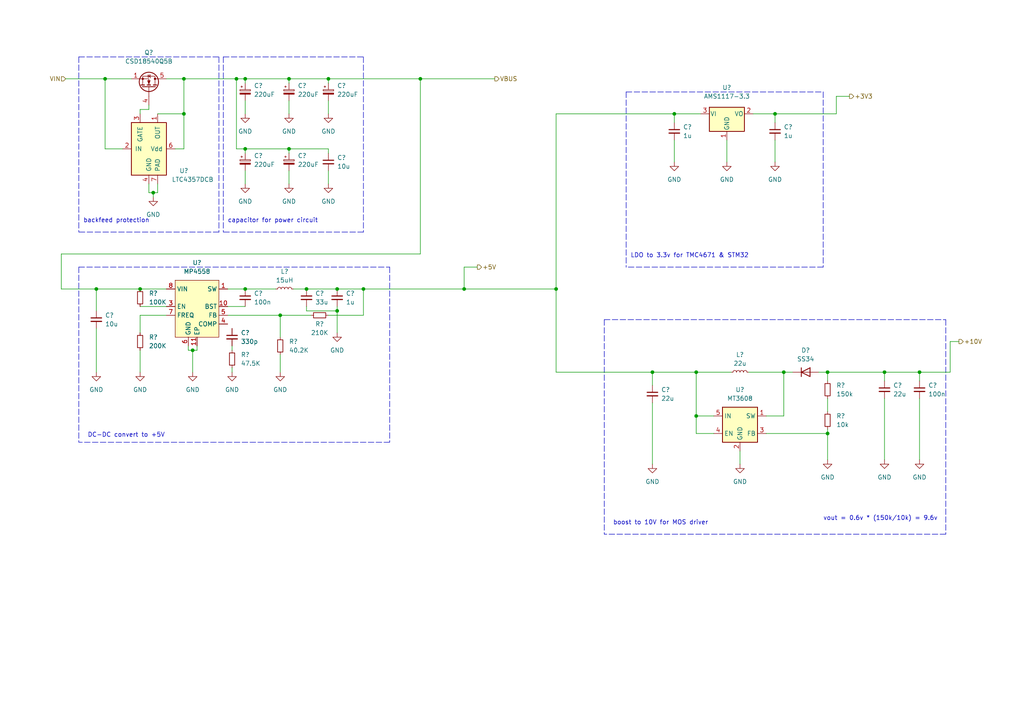
<source format=kicad_sch>
(kicad_sch (version 20211123) (generator eeschema)
  (paper "A4")
  (lib_symbols
    (symbol "Device:C_Polarized_Small" (pin_numbers hide) (pin_names (offset 0.254) hide)
      (property "Reference" "C" (at 0.254 1.778 0))
      (property "Value" "C_Polarized_Small" (at 0.254 -2.032 0))
      (symbol "C_Polarized_Small_0_1"
        (rectangle (start -1.524 -0.3048) (end 1.524 -0.6858) (fill (type outline)))
        (rectangle (start -1.524 0.6858) (end 1.524 0.3048))
        (polyline (pts (xy -1.27 1.524) (xy -0.762 1.524)))
        (polyline (pts (xy -1.016 1.27) (xy -1.016 1.778)))
      )
      (symbol "C_Polarized_Small_1_1"
        (pin passive line (at 0 2.54 270) (length 1.8542) (name "~") (number "1"))
        (pin passive line (at 0 -2.54 90) (length 1.8542) (name "~") (number "2"))
      )
    )
    (symbol "Device:C_Small" (pin_numbers hide) (pin_names (offset 0.254) hide)
      (property "Reference" "C" (at 0.254 1.778 0))
      (property "Value" "C_Small" (at 0.254 -2.032 0))
      (symbol "C_Small_0_1"
        (polyline (pts (xy -1.524 -0.508) (xy 1.524 -0.508)) (stroke (width 0.3302)))
        (polyline (pts (xy -1.524 0.508) (xy 1.524 0.508)) (stroke (width 0.3048)))
      )
      (symbol "C_Small_1_1"
        (pin passive line (at 0 2.54 270) (length 2.032) (name "~") (number "1"))
        (pin passive line (at 0 -2.54 90) (length 2.032) (name "~") (number "2"))
      )
    )
    (symbol "Device:L_Small" (pin_numbers hide) (pin_names (offset 0.254) hide)
      (property "Reference" "L" (at 0.762 1.016 0))
      (property "Value" "L_Small" (at 0.762 -1.016 0))
      (symbol "L_Small_0_1"
        (arc (start 0 -2.032) (mid 0.508 -1.524) (end 0 -1.016))
        (arc (start 0 -1.016) (mid 0.508 -0.508) (end 0 0))
        (arc (start 0 0) (mid 0.508 0.508) (end 0 1.016))
        (arc (start 0 1.016) (mid 0.508 1.524) (end 0 2.032))
      )
      (symbol "L_Small_1_1"
        (pin passive line (at 0 2.54 270) (length 0.508) (name "~") (number "1"))
        (pin passive line (at 0 -2.54 90) (length 0.508) (name "~") (number "2"))
      )
    )
    (symbol "Device:R_Small" (pin_numbers hide) (pin_names (offset 0.254) hide)
      (property "Reference" "R" (at 0.762 0.508 0))
      (property "Value" "R_Small" (at 0.762 -1.016 0))
      (symbol "R_Small_0_1"
        (rectangle (start -0.762 1.778) (end 0.762 -1.778) (stroke (width 0.2032)))
      )
      (symbol "R_Small_1_1"
        (pin passive line (at 0 2.54 270) (length 0.762) (name "~") (number "1"))
        (pin passive line (at 0 -2.54 90) (length 0.762) (name "~") (number "2"))
      )
    )
    (symbol "Diode:1N4148" (pin_numbers hide) (pin_names (offset 1.016) hide)
      (property "Reference" "D" (at 0 2.54 0))
      (property "Value" "1N4148" (at 0 -2.54 0))
      (symbol "1N4148_0_1"
        (polyline (pts (xy -1.27 1.27) (xy -1.27 -1.27)) (stroke (width 0.254)))
        (polyline (pts (xy 1.27 0) (xy -1.27 0)))
        (polyline (pts (xy 1.27 1.27) (xy 1.27 -1.27) (xy -1.27 0) (xy 1.27 1.27)) (stroke (width 0.254)))
      )
      (symbol "1N4148_1_1"
        (pin passive line (at -3.81 0 0) (length 2.54) (name "K") (number "1"))
        (pin passive line (at 3.81 0 180) (length 2.54) (name "A") (number "2"))
      )
    )
    (symbol "Power_Management:LTC4357DCB" (pin_names (offset 1.016))
      (property "Reference" "U" (at 6.35 6.35 0))
      (property "Value" "LTC4357DCB" (at 6.35 -6.35 0))
      (symbol "LTC4357DCB_0_1"
        (rectangle (start -5.08 7.62) (end 5.08 -7.62) (stroke (width 0.254)) (fill (type background)))
      )
      (symbol "LTC4357DCB_1_1"
        (pin input line (at 2.54 10.16 270) (length 2.54) (name "OUT") (number "1"))
        (pin input line (at -7.62 0 0) (length 2.54) (name "IN") (number "2"))
        (pin output line (at -2.54 10.16 270) (length 2.54) (name "GATE") (number "3"))
        (pin power_in line (at 0 -10.16 90) (length 2.54) (name "GND") (number "4"))
        (pin no_connect line (at -7.62 -2.54 0) (length 2.54) hide (name "NC") (number "5"))
        (pin power_in line (at 7.62 0 180) (length 2.54) (name "Vdd") (number "6"))
        (pin power_in line (at 2.54 -10.16 90) (length 2.54) (name "PAD") (number "7"))
      )
    )
    (symbol "Regulator_Linear:AMS1117-3.3" (pin_names (offset 0.254))
      (property "Reference" "U" (at -3.81 3.175 0))
      (property "Value" "AMS1117-3.3" (at 0 3.175 0))
      (symbol "AMS1117-3.3_0_1"
        (rectangle (start -5.08 -5.08) (end 5.08 1.905) (stroke (width 0.254)) (fill (type background)))
      )
      (symbol "AMS1117-3.3_1_1"
        (pin power_in line (at 0 -7.62 90) (length 2.54) (name "GND") (number "1"))
        (pin power_out line (at 7.62 0 180) (length 2.54) (name "VO") (number "2"))
        (pin power_in line (at -7.62 0 0) (length 2.54) (name "VI") (number "3"))
      )
    )
    (symbol "Regulator_Switching:MP4558"
      (property "Reference" "U" (at 0 0 0))
      (property "Value" "MP4558" (at 0 0 0))
      (symbol "MP4558_0_1"
        (rectangle (start -6.35 5.08) (end 6.35 -11.43) (fill (type background)))
      )
      (symbol "MP4558_1_1"
        (pin power_out line (at 8.89 2.54 180) (length 2.54) (name "SW") (number "1"))
        (pin input line (at 8.89 -2.54 180) (length 2.54) (name "BST") (number "10"))
        (pin input line (at 0 -13.97 90) (length 2.54) (name "EP") (number "11"))
        (pin power_out line (at 8.89 2.54 180) (length 2.54) hide (name "SW") (number "2"))
        (pin input line (at -8.89 -2.54 0) (length 2.54) (name "EN") (number "3"))
        (pin input line (at 8.89 -7.62 180) (length 2.54) (name "COMP") (number "4"))
        (pin input line (at 8.89 -5.08 180) (length 2.54) (name "FB") (number "5"))
        (pin input line (at -2.54 -13.97 90) (length 2.54) (name "GND") (number "6"))
        (pin input line (at -8.89 -5.08 0) (length 2.54) (name "FREQ") (number "7"))
        (pin power_in line (at -8.89 2.54 0) (length 2.54) (name "VIN") (number "8"))
        (pin power_in line (at -8.89 2.54 0) (length 2.54) hide (name "VIN") (number "9"))
      )
    )
    (symbol "Regulator_Switching:MT3608"
      (property "Reference" "U" (at -2.54 8.89 0))
      (property "Value" "MT3608" (at -3.81 6.35 0))
      (symbol "MT3608_0_1"
        (rectangle (start -5.08 5.08) (end 5.08 -5.08) (stroke (width 0.254)) (fill (type background)))
      )
      (symbol "MT3608_1_1"
        (pin passive line (at 7.62 2.54 180) (length 2.54) (name "SW") (number "1"))
        (pin power_in line (at 0 -7.62 90) (length 2.54) (name "GND") (number "2"))
        (pin input line (at 7.62 -2.54 180) (length 2.54) (name "FB") (number "3"))
        (pin input line (at -7.62 -2.54 0) (length 2.54) (name "EN") (number "4"))
        (pin power_in line (at -7.62 2.54 0) (length 2.54) (name "IN") (number "5"))
        (pin no_connect line (at 5.08 0 180) (length 2.54) hide (name "NC") (number "6"))
      )
    )
    (symbol "Transistor_FET:CSD18540Q5B" (pin_names hide)
      (property "Reference" "Q" (at 5.08 1.905 0))
      (property "Value" "CSD18540Q5B" (at 5.08 0 0))
      (symbol "CSD18540Q5B_0_1"
        (polyline (pts (xy 0.254 0) (xy -2.54 0)))
        (polyline (pts (xy 0.254 1.905) (xy 0.254 -1.905)) (stroke (width 0.254)))
        (polyline (pts (xy 0.762 -1.27) (xy 0.762 -2.286)) (stroke (width 0.254)))
        (polyline (pts (xy 0.762 0.508) (xy 0.762 -0.508)) (stroke (width 0.254)))
        (polyline (pts (xy 0.762 2.286) (xy 0.762 1.27)) (stroke (width 0.254)))
        (polyline (pts (xy 2.54 2.54) (xy 2.54 1.778)))
        (polyline (pts (xy 2.54 -2.54) (xy 2.54 0) (xy 0.762 0)))
        (polyline (pts (xy 0.762 -1.778) (xy 3.302 -1.778) (xy 3.302 1.778) (xy 0.762 1.778)))
        (polyline (pts (xy 1.016 0) (xy 2.032 0.381) (xy 2.032 -0.381) (xy 1.016 0)) (fill (type outline)))
        (polyline (pts (xy 2.794 0.508) (xy 2.921 0.381) (xy 3.683 0.381) (xy 3.81 0.254)))
        (polyline (pts (xy 3.302 0.381) (xy 2.921 -0.254) (xy 3.683 -0.254) (xy 3.302 0.381)))
        (circle (center 1.651 0) (radius 2.794) (stroke (width 0.254)))
        (circle (center 2.54 -1.778) (radius 0.254) (fill (type outline)))
        (circle (center 2.54 1.778) (radius 0.254) (fill (type outline)))
      )
      (symbol "CSD18540Q5B_1_1"
        (pin passive line (at 2.54 -5.08 90) (length 2.54) (name "S") (number "1"))
        (pin passive line (at 2.54 -5.08 90) (length 2.54) hide (name "S") (number "2"))
        (pin passive line (at 2.54 -5.08 90) (length 2.54) hide (name "S") (number "3"))
        (pin passive line (at -5.08 0 0) (length 2.54) (name "G") (number "4"))
        (pin passive line (at 2.54 5.08 270) (length 2.54) (name "D") (number "5"))
      )
    )
    (symbol "power:GND" (power) (pin_names (offset 0))
      (property "Value" "GND" (at 0 -3.81 0))
      (symbol "GND_0_1"
        (polyline (pts (xy 0 0) (xy 0 -1.27) (xy 1.27 -1.27) (xy 0 -2.54) (xy -1.27 -1.27) (xy 0 -1.27)))
      )
      (symbol "GND_1_1"
        (pin power_in line (at 0 0 270) (length 0) hide (name "GND") (number "1"))
      )
    )
  )
  (junction (at 266.7 107.95))
  (junction (at 121.92 22.86))
  (junction (at 97.79 90.17))
  (junction (at 134.62 83.82))
  (junction (at 195.58 33.02))
  (junction (at 201.93 107.95))
  (junction (at 83.82 22.86))
  (junction (at 27.94 83.82))
  (junction (at 97.79 83.82))
  (junction (at 71.12 83.82))
  (junction (at 53.34 33.02))
  (junction (at 83.82 43.18))
  (junction (at 68.58 22.86))
  (junction (at 189.23 107.95))
  (junction (at 201.93 120.65))
  (junction (at 88.9 83.82))
  (junction (at 81.28 91.44))
  (junction (at 161.29 83.82))
  (junction (at 240.03 125.73))
  (junction (at 30.48 22.86))
  (junction (at 95.25 22.86))
  (junction (at 256.54 107.95))
  (junction (at 240.03 107.95))
  (junction (at 53.34 22.86))
  (junction (at 227.33 107.95))
  (junction (at 40.64 83.82))
  (junction (at 71.12 43.18))
  (junction (at 55.88 101.6))
  (junction (at 44.45 55.88))
  (junction (at 105.41 83.82))
  (junction (at 224.79 33.02))
  (junction (at 71.12 22.86))
  (wire (pts (xy 121.92 22.86) (xy 143.51 22.86)))
  (wire (pts (xy 105.41 83.82) (xy 134.62 83.82)))
  (wire (pts (xy 97.79 83.82) (xy 105.41 83.82)))
  (polyline (pts (xy 274.32 154.94) (xy 175.26 154.94)))
  (wire (pts (xy 256.54 107.95) (xy 266.7 107.95)))
  (polyline (pts (xy 238.76 26.67) (xy 238.76 77.47)))
  (wire (pts (xy 161.29 83.82) (xy 161.29 107.95)))
  (polyline (pts (xy 113.03 128.27) (xy 22.86 128.27)))
  (wire (pts (xy 105.41 91.44) (xy 95.25 91.44)))
  (wire (pts (xy 210.82 40.64) (xy 210.82 46.99)))
  (polyline (pts (xy 105.41 16.51) (xy 105.41 67.31)))
  (wire (pts (xy 217.17 107.95) (xy 227.33 107.95)))
  (wire (pts (xy 189.23 116.84) (xy 189.23 134.62)))
  (polyline (pts (xy 113.03 77.47) (xy 113.03 128.27)))
  (wire (pts (xy 43.18 30.48) (xy 43.18 31.75)))
  (wire (pts (xy 53.34 43.18) (xy 53.34 33.02)))
  (wire (pts (xy 227.33 120.65) (xy 222.25 120.65)))
  (wire (pts (xy 85.09 83.82) (xy 88.9 83.82)))
  (wire (pts (xy 266.7 107.95) (xy 275.59 107.95)))
  (wire (pts (xy 201.93 107.95) (xy 212.09 107.95)))
  (wire (pts (xy 88.9 88.9) (xy 88.9 90.17)))
  (wire (pts (xy 71.12 43.18) (xy 83.82 43.18)))
  (wire (pts (xy 88.9 83.82) (xy 97.79 83.82)))
  (wire (pts (xy 45.72 55.88) (xy 45.72 53.34)))
  (wire (pts (xy 17.78 73.66) (xy 17.78 83.82)))
  (wire (pts (xy 134.62 77.47) (xy 138.43 77.47)))
  (wire (pts (xy 71.12 83.82) (xy 80.01 83.82)))
  (wire (pts (xy 19.05 22.86) (xy 30.48 22.86)))
  (wire (pts (xy 44.45 55.88) (xy 43.18 55.88)))
  (wire (pts (xy 83.82 22.86) (xy 83.82 24.13)))
  (wire (pts (xy 67.31 106.68) (xy 67.31 107.95)))
  (polyline (pts (xy 64.77 16.51) (xy 64.77 67.31)))
  (wire (pts (xy 66.04 91.44) (xy 81.28 91.44)))
  (polyline (pts (xy 22.86 77.47) (xy 22.86 128.27)))
  (wire (pts (xy 40.64 91.44) (xy 48.26 91.44)))
  (wire (pts (xy 97.79 90.17) (xy 97.79 96.52)))
  (wire (pts (xy 68.58 22.86) (xy 71.12 22.86)))
  (wire (pts (xy 189.23 107.95) (xy 201.93 107.95)))
  (wire (pts (xy 71.12 43.18) (xy 71.12 44.45)))
  (wire (pts (xy 81.28 91.44) (xy 90.17 91.44)))
  (wire (pts (xy 161.29 33.02) (xy 195.58 33.02)))
  (wire (pts (xy 83.82 49.53) (xy 83.82 53.34)))
  (wire (pts (xy 121.92 22.86) (xy 121.92 73.66)))
  (polyline (pts (xy 22.86 16.51) (xy 63.5 16.51)))
  (polyline (pts (xy 274.32 92.71) (xy 274.32 154.94)))
  (wire (pts (xy 266.7 107.95) (xy 266.7 110.49)))
  (wire (pts (xy 95.25 22.86) (xy 95.25 24.13)))
  (polyline (pts (xy 22.86 16.51) (xy 22.86 67.31)))
  (wire (pts (xy 81.28 91.44) (xy 81.28 97.79)))
  (wire (pts (xy 35.56 43.18) (xy 30.48 43.18)))
  (wire (pts (xy 240.03 125.73) (xy 240.03 124.46)))
  (wire (pts (xy 44.45 57.15) (xy 44.45 55.88)))
  (wire (pts (xy 71.12 22.86) (xy 83.82 22.86)))
  (wire (pts (xy 195.58 35.56) (xy 195.58 33.02)))
  (wire (pts (xy 134.62 83.82) (xy 134.62 77.47)))
  (wire (pts (xy 40.64 83.82) (xy 48.26 83.82)))
  (wire (pts (xy 88.9 90.17) (xy 97.79 90.17)))
  (polyline (pts (xy 63.5 16.51) (xy 63.5 67.31)))
  (wire (pts (xy 240.03 107.95) (xy 240.03 110.49)))
  (wire (pts (xy 71.12 49.53) (xy 71.12 53.34)))
  (wire (pts (xy 83.82 43.18) (xy 95.25 43.18)))
  (wire (pts (xy 44.45 55.88) (xy 45.72 55.88)))
  (wire (pts (xy 95.25 49.53) (xy 95.25 53.34)))
  (wire (pts (xy 134.62 83.82) (xy 161.29 83.82)))
  (wire (pts (xy 240.03 125.73) (xy 240.03 133.35)))
  (wire (pts (xy 240.03 107.95) (xy 256.54 107.95)))
  (wire (pts (xy 40.64 33.02) (xy 40.64 31.75)))
  (wire (pts (xy 54.61 101.6) (xy 54.61 100.33)))
  (wire (pts (xy 50.8 43.18) (xy 53.34 43.18)))
  (polyline (pts (xy 181.61 26.67) (xy 238.76 26.67)))
  (polyline (pts (xy 22.86 77.47) (xy 113.03 77.47)))
  (wire (pts (xy 105.41 83.82) (xy 105.41 91.44)))
  (polyline (pts (xy 175.26 92.71) (xy 175.26 154.94)))
  (wire (pts (xy 224.79 40.64) (xy 224.79 46.99)))
  (wire (pts (xy 48.26 22.86) (xy 53.34 22.86)))
  (wire (pts (xy 195.58 33.02) (xy 203.2 33.02)))
  (wire (pts (xy 30.48 43.18) (xy 30.48 22.86)))
  (wire (pts (xy 83.82 22.86) (xy 95.25 22.86)))
  (polyline (pts (xy 175.26 92.71) (xy 274.32 92.71)))
  (wire (pts (xy 242.57 27.94) (xy 242.57 33.02)))
  (wire (pts (xy 161.29 107.95) (xy 189.23 107.95)))
  (wire (pts (xy 121.92 73.66) (xy 17.78 73.66)))
  (wire (pts (xy 57.15 101.6) (xy 57.15 100.33)))
  (wire (pts (xy 40.64 96.52) (xy 40.64 91.44)))
  (wire (pts (xy 214.63 130.81) (xy 214.63 134.62)))
  (wire (pts (xy 227.33 107.95) (xy 227.33 120.65)))
  (wire (pts (xy 53.34 22.86) (xy 68.58 22.86)))
  (wire (pts (xy 207.01 125.73) (xy 201.93 125.73)))
  (wire (pts (xy 97.79 88.9) (xy 97.79 90.17)))
  (wire (pts (xy 275.59 99.06) (xy 278.13 99.06)))
  (wire (pts (xy 66.04 88.9) (xy 71.12 88.9)))
  (wire (pts (xy 40.64 83.82) (xy 27.94 83.82)))
  (wire (pts (xy 224.79 35.56) (xy 224.79 33.02)))
  (wire (pts (xy 55.88 101.6) (xy 55.88 107.95)))
  (wire (pts (xy 256.54 107.95) (xy 256.54 110.49)))
  (wire (pts (xy 95.25 43.18) (xy 95.25 44.45)))
  (polyline (pts (xy 181.61 26.67) (xy 181.61 77.47)))
  (polyline (pts (xy 238.76 77.47) (xy 181.61 77.47)))
  (wire (pts (xy 227.33 107.95) (xy 229.87 107.95)))
  (wire (pts (xy 256.54 115.57) (xy 256.54 133.35)))
  (wire (pts (xy 201.93 120.65) (xy 207.01 120.65)))
  (wire (pts (xy 55.88 101.6) (xy 57.15 101.6)))
  (wire (pts (xy 275.59 107.95) (xy 275.59 99.06)))
  (wire (pts (xy 222.25 125.73) (xy 240.03 125.73)))
  (wire (pts (xy 95.25 29.21) (xy 95.25 33.02)))
  (wire (pts (xy 201.93 107.95) (xy 201.93 120.65)))
  (wire (pts (xy 224.79 33.02) (xy 242.57 33.02)))
  (wire (pts (xy 161.29 83.82) (xy 161.29 33.02)))
  (wire (pts (xy 71.12 22.86) (xy 71.12 24.13)))
  (wire (pts (xy 201.93 125.73) (xy 201.93 120.65)))
  (wire (pts (xy 40.64 31.75) (xy 43.18 31.75)))
  (wire (pts (xy 218.44 33.02) (xy 224.79 33.02)))
  (wire (pts (xy 27.94 95.25) (xy 27.94 107.95)))
  (wire (pts (xy 40.64 101.6) (xy 40.64 107.95)))
  (wire (pts (xy 43.18 55.88) (xy 43.18 53.34)))
  (wire (pts (xy 53.34 33.02) (xy 53.34 22.86)))
  (polyline (pts (xy 63.5 67.31) (xy 22.86 67.31)))
  (wire (pts (xy 95.25 22.86) (xy 121.92 22.86)))
  (wire (pts (xy 17.78 83.82) (xy 27.94 83.82)))
  (wire (pts (xy 83.82 29.21) (xy 83.82 33.02)))
  (wire (pts (xy 189.23 107.95) (xy 189.23 111.76)))
  (wire (pts (xy 27.94 83.82) (xy 27.94 90.17)))
  (wire (pts (xy 40.64 88.9) (xy 48.26 88.9)))
  (wire (pts (xy 266.7 115.57) (xy 266.7 133.35)))
  (wire (pts (xy 68.58 43.18) (xy 68.58 22.86)))
  (wire (pts (xy 45.72 33.02) (xy 53.34 33.02)))
  (wire (pts (xy 83.82 43.18) (xy 83.82 44.45)))
  (wire (pts (xy 237.49 107.95) (xy 240.03 107.95)))
  (wire (pts (xy 195.58 40.64) (xy 195.58 46.99)))
  (wire (pts (xy 67.31 100.33) (xy 67.31 101.6)))
  (wire (pts (xy 68.58 43.18) (xy 71.12 43.18)))
  (wire (pts (xy 71.12 29.21) (xy 71.12 33.02)))
  (wire (pts (xy 66.04 83.82) (xy 71.12 83.82)))
  (polyline (pts (xy 105.41 67.31) (xy 64.77 67.31)))
  (wire (pts (xy 242.57 27.94) (xy 246.38 27.94)))
  (wire (pts (xy 55.88 101.6) (xy 54.61 101.6)))
  (wire (pts (xy 240.03 115.57) (xy 240.03 119.38)))
  (wire (pts (xy 30.48 22.86) (xy 38.1 22.86)))
  (polyline (pts (xy 64.77 16.51) (xy 105.41 16.51)))
  (wire (pts (xy 81.28 102.87) (xy 81.28 107.95)))
  (text "capacitor for power circuit" (at 66.04 64.77 0) (effects (font (size 1.27 1.27)) (justify left bottom)))
  (text "LDO to 3.3v for TMC4671 & STM32\n" (at 182.88 74.93 0) (effects (font (size 1.27 1.27)) (justify left bottom)))
  (text "vout = 0.6v * (150k/10k) = 9.6v" (at 238.76 151.13 0) (effects (font (size 1.27 1.27)) (justify left bottom)))
  (text "DC-DC convert to +5V" (at 25.4 127 0) (effects (font (size 1.27 1.27)) (justify left bottom)))
  (text "boost to 10V for MOS driver" (at 177.8 152.4 0) (effects (font (size 1.27 1.27)) (justify left bottom)))
  (text "backfeed protection" (at 24.13 64.77 0) (effects (font (size 1.27 1.27)) (justify left bottom)))
  (hierarchical_label "+10V" (shape output) (at 278.13 99.06 0))
  (hierarchical_label "+5V" (shape output) (at 138.43 77.47 0))
  (hierarchical_label "+3V3" (shape output) (at 246.38 27.94 0))
  (hierarchical_label "VIN" (shape input) (at 19.05 22.86 180))
  (hierarchical_label "VBUS" (shape output) (at 143.51 22.86 0))
  (symbol (lib_id "power:GND") (at 189.23 134.62 0) (unit 1)
    (property "Reference" "#PWR?" (effects hide))
    (property "Value" "GND" (at 189.23 139.7 0))
  )
  (symbol (lib_id "Device:R_Small") (at 81.28 100.33 0) (unit 1)
    (property "Reference" "R?" (at 83.82 99.0599 0) (effects (justify left)))
    (property "Value" "40.2K" (at 83.82 101.5999 0) (effects (justify left)))
  )
  (symbol (lib_id "power:GND") (at 81.28 107.95 0) (unit 1)
    (property "Reference" "#PWR?" (effects hide))
    (property "Value" "GND" (at 81.28 113.03 0))
  )
  (symbol (lib_id "power:GND") (at 266.7 133.35 0) (unit 1)
    (property "Reference" "#PWR?" (effects hide))
    (property "Value" "GND" (at 266.7 138.43 0))
  )
  (symbol (lib_id "Device:C_Small") (at 195.58 38.1 0) (unit 1)
    (property "Reference" "C?" (at 198.12 36.8362 0) (effects (justify left)))
    (property "Value" "1u" (at 198.12 39.3762 0) (effects (justify left)))
  )
  (symbol (lib_id "Device:R_Small") (at 40.64 99.06 0) (unit 1)
    (property "Reference" "R?" (at 43.18 97.7899 0) (effects (justify left)))
    (property "Value" "200K" (at 43.18 100.3299 0) (effects (justify left)))
  )
  (symbol (lib_id "power:GND") (at 27.94 107.95 0) (unit 1)
    (property "Reference" "#PWR?" (effects hide))
    (property "Value" "GND" (at 27.94 113.03 0))
  )
  (symbol (lib_id "power:GND") (at 67.31 107.95 0) (unit 1)
    (property "Reference" "#PWR?" (effects hide))
    (property "Value" "GND" (at 67.31 113.03 0))
  )
  (symbol (lib_id "Device:C_Polarized_Small") (at 83.82 46.99 0) (unit 1)
    (property "Reference" "C?" (at 86.36 45.1738 0) (effects (justify left)))
    (property "Value" "220uF" (at 86.36 47.7138 0) (effects (justify left)))
  )
  (symbol (lib_id "Device:C_Polarized_Small") (at 71.12 26.67 0) (unit 1)
    (property "Reference" "C?" (at 73.66 24.8538 0) (effects (justify left)))
    (property "Value" "220uF" (at 73.66 27.3938 0) (effects (justify left)))
  )
  (symbol (lib_id "power:GND") (at 97.79 96.52 0) (unit 1)
    (property "Reference" "#PWR?" (effects hide))
    (property "Value" "GND" (at 97.79 101.6 0))
  )
  (symbol (lib_id "Regulator_Switching:MT3608") (at 214.63 123.19 0) (unit 1)
    (property "Reference" "U?" (at 214.63 113.03 0))
    (property "Value" "MT3608" (at 214.63 115.57 0))
    (property "Footprint" "Package_TO_SOT_SMD:SOT-23-6" (effects hide))
    (property "Datasheet" "https://www.olimex.com/Products/Breadboarding/BB-PWR-3608/resources/MT3608.pdf" (effects hide))
  )
  (symbol (lib_id "power:GND") (at 44.45 57.15 0) (unit 1)
    (property "Reference" "#PWR?" (effects hide))
    (property "Value" "GND" (at 44.45 62.23 0))
  )
  (symbol (lib_id "power:GND") (at 55.88 107.95 0) (unit 1)
    (property "Reference" "#PWR?" (effects hide))
    (property "Value" "GND" (at 55.88 113.03 0))
  )
  (symbol (lib_id "power:GND") (at 95.25 33.02 0) (unit 1)
    (property "Reference" "#PWR?" (effects hide))
    (property "Value" "GND" (at 95.25 38.1 0))
  )
  (symbol (lib_id "Device:C_Small") (at 189.23 114.3 0) (unit 1)
    (property "Reference" "C?" (at 191.77 113.0362 0) (effects (justify left)))
    (property "Value" "22u" (at 191.77 115.5762 0) (effects (justify left)))
  )
  (symbol (lib_id "power:GND") (at 224.79 46.99 0) (unit 1)
    (property "Reference" "#PWR?" (effects hide))
    (property "Value" "GND" (at 224.79 52.07 0))
  )
  (symbol (lib_id "Device:C_Polarized_Small") (at 95.25 26.67 0) (unit 1)
    (property "Reference" "C?" (at 97.79 24.8538 0) (effects (justify left)))
    (property "Value" "220uF" (at 97.79 27.3938 0) (effects (justify left)))
  )
  (symbol (lib_id "Device:C_Small") (at 67.31 97.79 0) (unit 1)
    (property "Reference" "C?" (at 69.85 96.5262 0) (effects (justify left)))
    (property "Value" "330p" (at 69.85 99.0662 0) (effects (justify left)))
  )
  (symbol (lib_id "Device:C_Polarized_Small") (at 83.82 26.67 0) (unit 1)
    (property "Reference" "C?" (at 86.36 24.8538 0) (effects (justify left)))
    (property "Value" "220uF" (at 86.36 27.3938 0) (effects (justify left)))
  )
  (symbol (lib_id "Device:C_Small") (at 71.12 86.36 0) (unit 1)
    (property "Reference" "C?" (at 73.66 85.0962 0) (effects (justify left)))
    (property "Value" "100n" (at 73.66 87.6362 0) (effects (justify left)))
  )
  (symbol (lib_id "Device:C_Polarized_Small") (at 71.12 46.99 0) (unit 1)
    (property "Reference" "C?" (at 73.66 45.1738 0) (effects (justify left)))
    (property "Value" "220uF" (at 73.66 47.7138 0) (effects (justify left)))
  )
  (symbol (lib_id "Device:C_Small") (at 97.79 86.36 0) (unit 1)
    (property "Reference" "C?" (at 100.33 85.0962 0) (effects (justify left)))
    (property "Value" "1u" (at 100.33 87.6362 0) (effects (justify left)))
  )
  (symbol (lib_id "Device:R_Small") (at 92.71 91.44 90) (unit 1)
    (property "Reference" "R?" (at 92.71 93.98 90))
    (property "Value" "210K" (at 92.71 96.52 90))
  )
  (symbol (lib_id "power:GND") (at 40.64 107.95 0) (unit 1)
    (property "Reference" "#PWR?" (effects hide))
    (property "Value" "GND" (at 40.64 113.03 0))
  )
  (symbol (lib_id "Device:R_Small") (at 240.03 113.03 0) (unit 1)
    (property "Reference" "R?" (at 242.57 111.7599 0) (effects (justify left)))
    (property "Value" "150k" (at 242.57 114.2999 0) (effects (justify left)))
  )
  (symbol (lib_id "Transistor_FET:CSD18540Q5B") (at 43.18 25.4 270) (mirror x) (unit 1)
    (property "Reference" "Q?" (at 43.18 15.24 90))
    (property "Value" "CSD18540Q5B" (at 43.18 17.78 90))
    (property "Footprint" "Package_TO_SOT_SMD:TDSON-8-1" (effects hide))
    (property "Datasheet" "http://www.ti.com/lit/gpn/csd18540q5b" (effects hide))
  )
  (symbol (lib_id "power:GND") (at 195.58 46.99 0) (unit 1)
    (property "Reference" "#PWR?" (effects hide))
    (property "Value" "GND" (at 195.58 52.07 0))
  )
  (symbol (lib_id "Device:C_Small") (at 224.79 38.1 0) (unit 1)
    (property "Reference" "C?" (at 227.33 36.8362 0) (effects (justify left)))
    (property "Value" "1u" (at 227.33 39.3762 0) (effects (justify left)))
  )
  (symbol (lib_id "Device:L_Small") (at 214.63 107.95 90) (unit 1)
    (property "Reference" "L?" (at 214.63 102.87 90))
    (property "Value" "22u" (at 214.63 105.41 90))
  )
  (symbol (lib_id "Device:R_Small") (at 240.03 121.92 0) (unit 1)
    (property "Reference" "R?" (at 242.57 120.6499 0) (effects (justify left)))
    (property "Value" "10k" (at 242.57 123.1899 0) (effects (justify left)))
  )
  (symbol (lib_id "Device:C_Small") (at 27.94 92.71 0) (unit 1)
    (property "Reference" "C?" (at 30.48 91.4462 0) (effects (justify left)))
    (property "Value" "10u" (at 30.48 93.9862 0) (effects (justify left)))
  )
  (symbol (lib_id "Device:L_Small") (at 82.55 83.82 90) (unit 1)
    (property "Reference" "L?" (at 82.55 78.74 90))
    (property "Value" "15uH" (at 82.55 81.28 90))
  )
  (symbol (lib_id "Device:C_Small") (at 256.54 113.03 0) (unit 1)
    (property "Reference" "C?" (at 259.08 111.7662 0) (effects (justify left)))
    (property "Value" "22u" (at 259.08 114.3062 0) (effects (justify left)))
  )
  (symbol (lib_id "Device:C_Small") (at 88.9 86.36 0) (unit 1)
    (property "Reference" "C?" (at 91.44 85.0962 0) (effects (justify left)))
    (property "Value" "33u" (at 91.44 87.6362 0) (effects (justify left)))
  )
  (symbol (lib_id "Device:R_Small") (at 40.64 86.36 0) (unit 1)
    (property "Reference" "R?" (at 43.18 85.0899 0) (effects (justify left)))
    (property "Value" "100K" (at 43.18 87.6299 0) (effects (justify left)))
  )
  (symbol (lib_id "Device:C_Small") (at 95.25 46.99 0) (unit 1)
    (property "Reference" "C?" (at 97.79 45.7262 0) (effects (justify left)))
    (property "Value" "10u" (at 97.79 48.2662 0) (effects (justify left)))
  )
  (symbol (lib_id "Device:C_Small") (at 266.7 113.03 0) (unit 1)
    (property "Reference" "C?" (at 269.24 111.7662 0) (effects (justify left)))
    (property "Value" "100n" (at 269.24 114.3062 0) (effects (justify left)))
  )
  (symbol (lib_id "Diode:1N4148") (at 233.68 107.95 0) (unit 1)
    (property "Reference" "D?" (at 233.68 101.6 0))
    (property "Value" "SS34" (at 233.68 104.14 0))
    (property "Footprint" "Diode_THT:D_DO-35_SOD27_P7.62mm_Horizontal" (effects hide))
    (property "Datasheet" "https://assets.nexperia.com/documents/data-sheet/1N4148_1N4448.pdf" (effects hide))
  )
  (symbol (lib_id "power:GND") (at 71.12 33.02 0) (unit 1)
    (property "Reference" "#PWR?" (effects hide))
    (property "Value" "GND" (at 71.12 38.1 0))
  )
  (symbol (lib_id "Power_Management:LTC4357DCB") (at 43.18 43.18 0) (unit 1)
    (property "Reference" "U?" (at 53.34 49.53 0))
    (property "Value" "LTC4357DCB" (at 55.88 52.07 0))
    (property "Datasheet" "https://www.analog.com/media/en/technical-documentation/data-sheets/4357fd.pdf" (effects hide))
  )
  (symbol (lib_id "power:GND") (at 210.82 46.99 0) (unit 1)
    (property "Reference" "#PWR?" (effects hide))
    (property "Value" "GND" (at 210.82 52.07 0))
  )
  (symbol (lib_id "power:GND") (at 240.03 133.35 0) (unit 1)
    (property "Reference" "#PWR?" (effects hide))
    (property "Value" "GND" (at 240.03 138.43 0))
  )
  (symbol (lib_id "power:GND") (at 214.63 134.62 0) (unit 1)
    (property "Reference" "#PWR?" (effects hide))
    (property "Value" "GND" (at 214.63 139.7 0))
  )
  (symbol (lib_id "power:GND") (at 256.54 133.35 0) (unit 1)
    (property "Reference" "#PWR?" (effects hide))
    (property "Value" "GND" (at 256.54 138.43 0))
  )
  (symbol (lib_id "Regulator_Linear:AMS1117-3.3") (at 210.82 33.02 0) (unit 1)
    (property "Reference" "U?" (at 210.82 25.4 0))
    (property "Value" "AMS1117-3.3" (at 210.82 27.94 0))
    (property "Footprint" "Package_TO_SOT_SMD:SOT-223-3_TabPin2" (effects hide))
    (property "Datasheet" "http://www.advanced-monolithic.com/pdf/ds1117.pdf" (effects hide))
  )
  (symbol (lib_id "power:GND") (at 83.82 33.02 0) (unit 1)
    (property "Reference" "#PWR?" (effects hide))
    (property "Value" "GND" (at 83.82 38.1 0))
  )
  (symbol (lib_id "power:GND") (at 83.82 53.34 0) (unit 1)
    (property "Reference" "#PWR?" (effects hide))
    (property "Value" "GND" (at 83.82 58.42 0))
  )
  (symbol (lib_id "Device:R_Small") (at 67.31 104.14 0) (unit 1)
    (property "Reference" "R?" (at 69.85 102.8699 0) (effects (justify left)))
    (property "Value" "47.5K" (at 69.85 105.4099 0) (effects (justify left)))
  )
  (symbol (lib_id "Regulator_Switching:MP4558") (at 57.15 86.36 0) (unit 1)
    (property "Reference" "U?" (at 57.15 76.2 0))
    (property "Value" "MP4558" (at 57.15 78.74 0))
    (property "Footprint" "Package_DFN_QFN:DFN-10-1EP_3x3mm_P0.5mm_EP1.7x2.5mm" (effects hide))
  )
  (symbol (lib_id "power:GND") (at 71.12 53.34 0) (unit 1)
    (property "Reference" "#PWR?" (effects hide))
    (property "Value" "GND" (at 71.12 58.42 0))
  )
  (symbol (lib_id "power:GND") (at 95.25 53.34 0) (unit 1)
    (property "Reference" "#PWR?" (effects hide))
    (property "Value" "GND" (at 95.25 58.42 0))
  )
)
</source>
